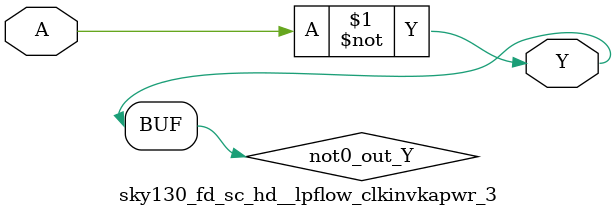
<source format=v>
module sky130_fd_sc_hd__lpflow_clkinvkapwr_3 (
    Y,
    A
);
    output Y;
    input  A;
    wire not0_out_Y;
    not not0 (not0_out_Y, A              );
    buf buf0 (Y         , not0_out_Y     );
endmodule
</source>
